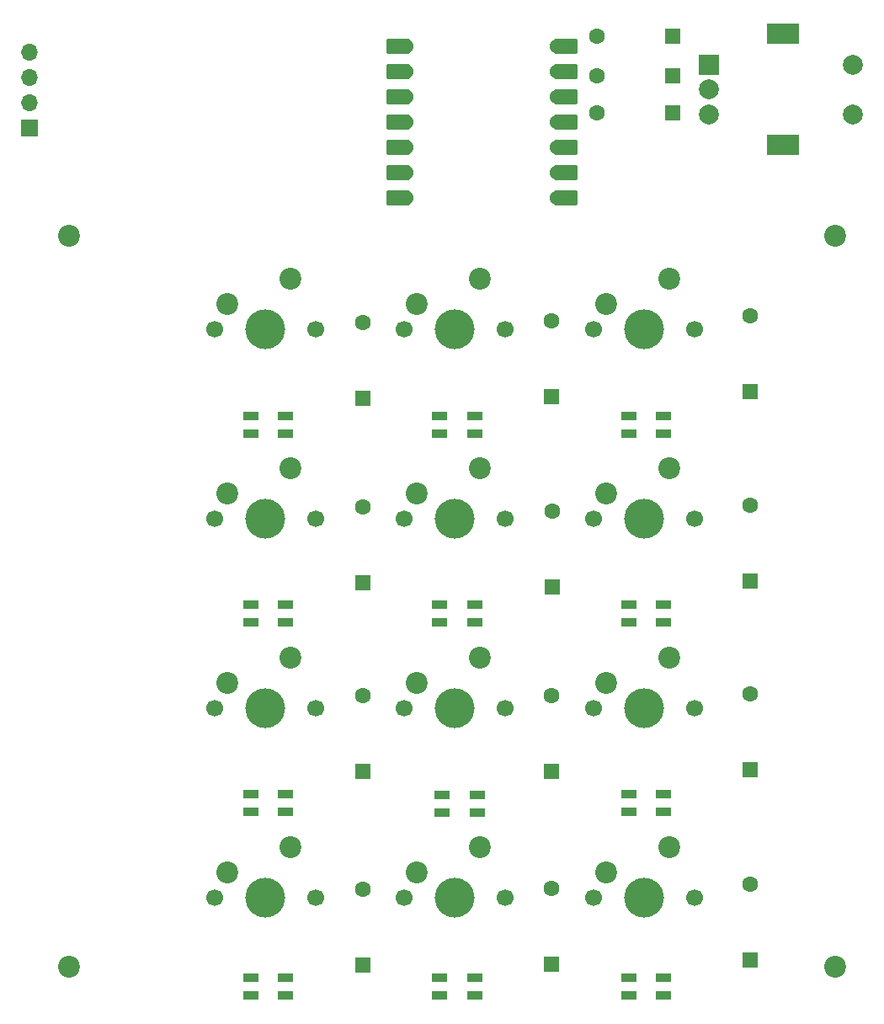
<source format=gbr>
%TF.GenerationSoftware,KiCad,Pcbnew,9.0.7*%
%TF.CreationDate,2026-02-04T22:49:18-05:00*%
%TF.ProjectId,Keypad,4b657970-6164-42e6-9b69-6361645f7063,rev?*%
%TF.SameCoordinates,Original*%
%TF.FileFunction,Soldermask,Top*%
%TF.FilePolarity,Negative*%
%FSLAX46Y46*%
G04 Gerber Fmt 4.6, Leading zero omitted, Abs format (unit mm)*
G04 Created by KiCad (PCBNEW 9.0.7) date 2026-02-04 22:49:18*
%MOMM*%
%LPD*%
G01*
G04 APERTURE LIST*
G04 Aperture macros list*
%AMRoundRect*
0 Rectangle with rounded corners*
0 $1 Rounding radius*
0 $2 $3 $4 $5 $6 $7 $8 $9 X,Y pos of 4 corners*
0 Add a 4 corners polygon primitive as box body*
4,1,4,$2,$3,$4,$5,$6,$7,$8,$9,$2,$3,0*
0 Add four circle primitives for the rounded corners*
1,1,$1+$1,$2,$3*
1,1,$1+$1,$4,$5*
1,1,$1+$1,$6,$7*
1,1,$1+$1,$8,$9*
0 Add four rect primitives between the rounded corners*
20,1,$1+$1,$2,$3,$4,$5,0*
20,1,$1+$1,$4,$5,$6,$7,0*
20,1,$1+$1,$6,$7,$8,$9,0*
20,1,$1+$1,$8,$9,$2,$3,0*%
G04 Aperture macros list end*
%ADD10C,2.200000*%
%ADD11RoundRect,0.250000X0.550000X-0.550000X0.550000X0.550000X-0.550000X0.550000X-0.550000X-0.550000X0*%
%ADD12C,1.600000*%
%ADD13C,1.700000*%
%ADD14C,4.000000*%
%ADD15R,1.600000X0.850000*%
%ADD16R,2.000000X2.000000*%
%ADD17C,2.000000*%
%ADD18R,3.200000X2.000000*%
%ADD19RoundRect,0.250000X0.550000X0.550000X-0.550000X0.550000X-0.550000X-0.550000X0.550000X-0.550000X0*%
%ADD20R,1.700000X1.700000*%
%ADD21O,1.700000X1.700000*%
%ADD22RoundRect,0.152400X1.063600X0.609600X-1.063600X0.609600X-1.063600X-0.609600X1.063600X-0.609600X0*%
%ADD23C,1.524000*%
%ADD24RoundRect,0.152400X-1.063600X-0.609600X1.063600X-0.609600X1.063600X0.609600X-1.063600X0.609600X0*%
G04 APERTURE END LIST*
D10*
%TO.C,REF\u002A\u002A*%
X91000000Y-80000000D03*
%TD*%
%TO.C,REF\u002A\u002A*%
X168000000Y-80000000D03*
%TD*%
%TO.C,REF\u002A\u002A*%
X91000000Y-153500000D03*
%TD*%
D11*
%TO.C,D6*%
X139500000Y-133850000D03*
D12*
X139500000Y-126230000D03*
%TD*%
D13*
%TO.C,SW8*%
X124680000Y-89390000D03*
D14*
X129760000Y-89390000D03*
D13*
X134840000Y-89390000D03*
D10*
X132300000Y-84310000D03*
X125950000Y-86850000D03*
%TD*%
D11*
%TO.C,D10*%
X159500000Y-133700000D03*
D12*
X159500000Y-126080000D03*
%TD*%
D15*
%TO.C,LED2*%
X112750000Y-137875000D03*
X112750000Y-136125000D03*
X109250000Y-136125000D03*
X109250000Y-137875000D03*
%TD*%
%TO.C,LED9*%
X150750000Y-156375000D03*
X150750000Y-154625000D03*
X147250000Y-154625000D03*
X147250000Y-156375000D03*
%TD*%
D16*
%TO.C,SW0*%
X155310000Y-62800000D03*
D17*
X155310000Y-67800000D03*
X155310000Y-65300000D03*
D18*
X162810000Y-59700000D03*
X162810000Y-70900000D03*
D17*
X169810000Y-67800000D03*
X169810000Y-62800000D03*
%TD*%
D19*
%TO.C,DC1*%
X151660000Y-67640000D03*
D12*
X144040000Y-67640000D03*
%TD*%
D11*
%TO.C,D11*%
X159500000Y-114700000D03*
D12*
X159500000Y-107080000D03*
%TD*%
D19*
%TO.C,DB1*%
X151660000Y-63880000D03*
D12*
X144040000Y-63880000D03*
%TD*%
D15*
%TO.C,LED8*%
X131750000Y-99875000D03*
X131750000Y-98125000D03*
X128250000Y-98125000D03*
X128250000Y-99875000D03*
%TD*%
D11*
%TO.C,D9*%
X159500000Y-152800000D03*
D12*
X159500000Y-145180000D03*
%TD*%
D11*
%TO.C,D5*%
X139500000Y-153200000D03*
D12*
X139500000Y-145580000D03*
%TD*%
D15*
%TO.C,LED5*%
X128250000Y-154625000D03*
X128250000Y-156375000D03*
X131750000Y-156375000D03*
X131750000Y-154625000D03*
%TD*%
D13*
%TO.C,SW4*%
X105630000Y-89390000D03*
D14*
X110710000Y-89390000D03*
D13*
X115790000Y-89390000D03*
D10*
X113250000Y-84310000D03*
X106900000Y-86850000D03*
%TD*%
D11*
%TO.C,D7*%
X139600000Y-115300000D03*
D12*
X139600000Y-107680000D03*
%TD*%
D13*
%TO.C,SW9*%
X143730000Y-146540000D03*
D14*
X148810000Y-146540000D03*
D13*
X153890000Y-146540000D03*
D10*
X151350000Y-141460000D03*
X145000000Y-144000000D03*
%TD*%
D13*
%TO.C,SW2*%
X105630000Y-127490000D03*
D14*
X110710000Y-127490000D03*
D13*
X115790000Y-127490000D03*
D10*
X113250000Y-122410000D03*
X106900000Y-124950000D03*
%TD*%
D15*
%TO.C,LED3*%
X112750000Y-118875000D03*
X112750000Y-117125000D03*
X109250000Y-117125000D03*
X109250000Y-118875000D03*
%TD*%
%TO.C,LED12*%
X150750000Y-118875000D03*
X150750000Y-117125000D03*
X147250000Y-117125000D03*
X147250000Y-118875000D03*
%TD*%
D11*
%TO.C,D12*%
X159500000Y-95700000D03*
D12*
X159500000Y-88080000D03*
%TD*%
D11*
%TO.C,D4*%
X120500000Y-96350000D03*
D12*
X120500000Y-88730000D03*
%TD*%
D13*
%TO.C,SW10*%
X143730000Y-127530000D03*
D14*
X148810000Y-127530000D03*
D13*
X153890000Y-127530000D03*
D10*
X151350000Y-122450000D03*
X145000000Y-124990000D03*
%TD*%
D13*
%TO.C,SW12*%
X143740000Y-89400000D03*
D14*
X148820000Y-89400000D03*
D13*
X153900000Y-89400000D03*
D10*
X151360000Y-84320000D03*
X145010000Y-86860000D03*
%TD*%
D15*
%TO.C,LED7*%
X128250000Y-117125000D03*
X128250000Y-118875000D03*
X131750000Y-118875000D03*
X131750000Y-117125000D03*
%TD*%
D13*
%TO.C,SW1*%
X105630000Y-146540000D03*
D14*
X110710000Y-146540000D03*
D13*
X115790000Y-146540000D03*
D10*
X113250000Y-141460000D03*
X106900000Y-144000000D03*
%TD*%
D11*
%TO.C,D3*%
X120500000Y-114850000D03*
D12*
X120500000Y-107230000D03*
%TD*%
D15*
%TO.C,LED6*%
X128500000Y-136250000D03*
X128500000Y-138000000D03*
X132000000Y-138000000D03*
X132000000Y-136250000D03*
%TD*%
D20*
%TO.C,O1*%
X87000000Y-69195000D03*
D21*
X87000000Y-66655000D03*
X87000000Y-64115000D03*
X87000000Y-61575000D03*
%TD*%
D15*
%TO.C,LED4*%
X109250000Y-98125000D03*
X109250000Y-99875000D03*
X112750000Y-99875000D03*
X112750000Y-98125000D03*
%TD*%
D11*
%TO.C,D2*%
X120500000Y-133850000D03*
D12*
X120500000Y-126230000D03*
%TD*%
D11*
%TO.C,D8*%
X139500000Y-96200000D03*
D12*
X139500000Y-88580000D03*
%TD*%
D11*
%TO.C,D1*%
X120500000Y-153350000D03*
D12*
X120500000Y-145730000D03*
%TD*%
D13*
%TO.C,SW7*%
X124680000Y-108440000D03*
D14*
X129760000Y-108440000D03*
D13*
X134840000Y-108440000D03*
D10*
X132300000Y-103360000D03*
X125950000Y-105900000D03*
%TD*%
D15*
%TO.C,LED1*%
X112750000Y-156375000D03*
X112750000Y-154625000D03*
X109250000Y-154625000D03*
X109250000Y-156375000D03*
%TD*%
D13*
%TO.C,SW11*%
X143730000Y-108470000D03*
D14*
X148810000Y-108470000D03*
D13*
X153890000Y-108470000D03*
D10*
X151350000Y-103390000D03*
X145000000Y-105930000D03*
%TD*%
D19*
%TO.C,DA1*%
X151660000Y-59950000D03*
D12*
X144040000Y-59950000D03*
%TD*%
D22*
%TO.C,U1*%
X124045000Y-60928500D03*
D23*
X124880000Y-60928500D03*
D22*
X124045000Y-63468500D03*
D23*
X124880000Y-63468500D03*
D22*
X124045000Y-66008500D03*
D23*
X124880000Y-66008500D03*
D22*
X124045000Y-68548500D03*
D23*
X124880000Y-68548500D03*
D22*
X124045000Y-71088500D03*
D23*
X124880000Y-71088500D03*
D22*
X124045000Y-73628500D03*
D23*
X124880000Y-73628500D03*
D22*
X124045000Y-76168500D03*
D23*
X124880000Y-76168500D03*
X140120000Y-76168500D03*
D24*
X140955000Y-76168500D03*
D23*
X140120000Y-73628500D03*
D24*
X140955000Y-73628500D03*
D23*
X140120000Y-71088500D03*
D24*
X140955000Y-71088500D03*
D23*
X140120000Y-68548500D03*
D24*
X140955000Y-68548500D03*
D23*
X140120000Y-66008500D03*
D24*
X140955000Y-66008500D03*
D23*
X140120000Y-63468500D03*
D24*
X140955000Y-63468500D03*
D23*
X140120000Y-60928500D03*
D24*
X140955000Y-60928500D03*
%TD*%
D15*
%TO.C,LED10*%
X150750000Y-137875000D03*
X150750000Y-136125000D03*
X147250000Y-136125000D03*
X147250000Y-137875000D03*
%TD*%
D13*
%TO.C,SW6*%
X124680000Y-127490000D03*
D14*
X129760000Y-127490000D03*
D13*
X134840000Y-127490000D03*
D10*
X132300000Y-122410000D03*
X125950000Y-124950000D03*
%TD*%
D15*
%TO.C,LED11*%
X150750000Y-99875000D03*
X150750000Y-98125000D03*
X147250000Y-98125000D03*
X147250000Y-99875000D03*
%TD*%
D13*
%TO.C,SW3*%
X105630000Y-108440000D03*
D14*
X110710000Y-108440000D03*
D13*
X115790000Y-108440000D03*
D10*
X113250000Y-103360000D03*
X106900000Y-105900000D03*
%TD*%
D13*
%TO.C,SW5*%
X124680000Y-146540000D03*
D14*
X129760000Y-146540000D03*
D13*
X134840000Y-146540000D03*
D10*
X132300000Y-141460000D03*
X125950000Y-144000000D03*
%TD*%
%TO.C,REF\u002A\u002A*%
X168000000Y-153500000D03*
%TD*%
M02*

</source>
